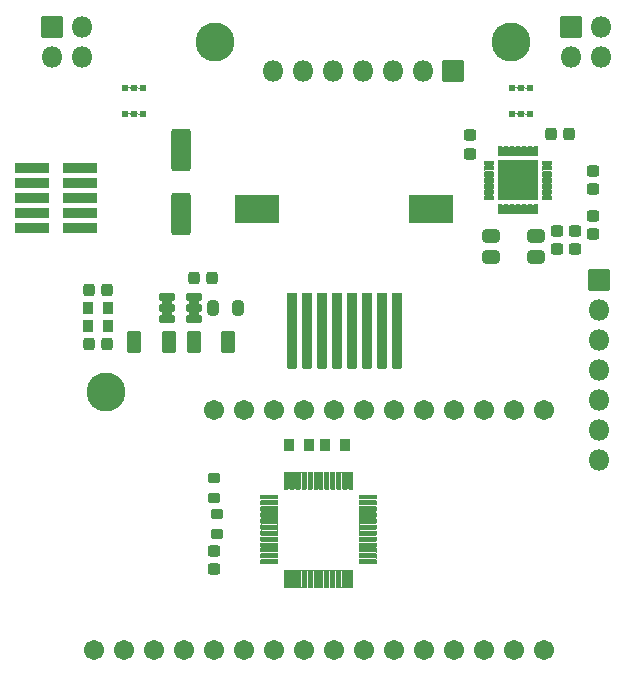
<source format=gbr>
G04 #@! TF.GenerationSoftware,KiCad,Pcbnew,(5.99.0-6632-gb710573c5)*
G04 #@! TF.CreationDate,2020-11-23T17:19:52-05:00*
G04 #@! TF.ProjectId,syringe_board,73797269-6e67-4655-9f62-6f6172642e6b,3.3*
G04 #@! TF.SameCoordinates,Original*
G04 #@! TF.FileFunction,Soldermask,Top*
G04 #@! TF.FilePolarity,Negative*
%FSLAX46Y46*%
G04 Gerber Fmt 4.6, Leading zero omitted, Abs format (unit mm)*
G04 Created by KiCad (PCBNEW (5.99.0-6632-gb710573c5)) date 2020-11-23 17:19:52*
%MOMM*%
%LPD*%
G01*
G04 APERTURE LIST*
G04 Aperture macros list*
%AMRoundRect*
0 Rectangle with rounded corners*
0 $1 Rounding radius*
0 $2 $3 $4 $5 $6 $7 $8 $9 X,Y pos of 4 corners*
0 Add a 4 corners polygon primitive as box body*
4,1,4,$2,$3,$4,$5,$6,$7,$8,$9,$2,$3,0*
0 Add four circle primitives for the rounded corners*
1,1,$1+$1,$2,$3,0*
1,1,$1+$1,$4,$5,0*
1,1,$1+$1,$6,$7,0*
1,1,$1+$1,$8,$9,0*
0 Add four rect primitives between the rounded corners*
20,1,$1+$1,$2,$3,$4,$5,0*
20,1,$1+$1,$4,$5,$6,$7,0*
20,1,$1+$1,$6,$7,$8,$9,0*
20,1,$1+$1,$8,$9,$2,$3,0*%
G04 Aperture macros list end*
%ADD10RoundRect,0.225400X0.225400X0.300400X-0.225400X0.300400X-0.225400X-0.300400X0.225400X-0.300400X0*%
%ADD11RoundRect,0.225400X-0.225400X-0.300400X0.225400X-0.300400X0.225400X0.300400X-0.225400X0.300400X0*%
%ADD12C,1.711200*%
%ADD13RoundRect,0.250400X0.275400X-0.250400X0.275400X0.250400X-0.275400X0.250400X-0.275400X-0.250400X0*%
%ADD14RoundRect,0.250400X-0.275400X0.250400X-0.275400X-0.250400X0.275400X-0.250400X0.275400X0.250400X0*%
%ADD15RoundRect,0.274780X0.476020X-0.288520X0.476020X0.288520X-0.476020X0.288520X-0.476020X-0.288520X0*%
%ADD16RoundRect,0.265875X0.584925X-1.534925X0.584925X1.534925X-0.584925X1.534925X-0.584925X-1.534925X0*%
%ADD17RoundRect,0.274780X-0.476020X0.288520X-0.476020X-0.288520X0.476020X-0.288520X0.476020X0.288520X0*%
%ADD18RoundRect,0.244150X-0.244150X-0.281650X0.244150X-0.281650X0.244150X0.281650X-0.244150X0.281650X0*%
%ADD19RoundRect,0.087900X0.362900X0.087900X-0.362900X0.087900X-0.362900X-0.087900X0.362900X-0.087900X0*%
%ADD20RoundRect,0.087900X0.087900X0.362900X-0.087900X0.362900X-0.087900X-0.362900X0.087900X-0.362900X0*%
%ADD21RoundRect,0.050800X1.675000X1.675000X-1.675000X1.675000X-1.675000X-1.675000X1.675000X-1.675000X0*%
%ADD22RoundRect,0.250400X0.250400X0.275400X-0.250400X0.275400X-0.250400X-0.275400X0.250400X-0.275400X0*%
%ADD23RoundRect,0.225400X-0.300400X0.225400X-0.300400X-0.225400X0.300400X-0.225400X0.300400X0.225400X0*%
%ADD24RoundRect,0.244150X-0.244150X-0.406650X0.244150X-0.406650X0.244150X0.406650X-0.244150X0.406650X0*%
%ADD25RoundRect,0.100400X0.100400X-0.687900X0.100400X0.687900X-0.100400X0.687900X-0.100400X-0.687900X0*%
%ADD26RoundRect,0.100400X0.687900X-0.100400X0.687900X0.100400X-0.687900X0.100400X-0.687900X-0.100400X0*%
%ADD27C,0.601600*%
%ADD28RoundRect,0.050800X-0.850000X-0.850000X0.850000X-0.850000X0.850000X0.850000X-0.850000X0.850000X0*%
%ADD29O,1.801600X1.801600*%
%ADD30RoundRect,0.050800X1.397500X-0.370000X1.397500X0.370000X-1.397500X0.370000X-1.397500X-0.370000X0*%
%ADD31RoundRect,0.050800X-0.850000X0.850000X-0.850000X-0.850000X0.850000X-0.850000X0.850000X0.850000X0*%
%ADD32RoundRect,0.272087X-0.353713X-0.678713X0.353713X-0.678713X0.353713X0.678713X-0.353713X0.678713X0*%
%ADD33C,3.301600*%
%ADD34RoundRect,0.175400X-0.537900X-0.175400X0.537900X-0.175400X0.537900X0.175400X-0.537900X0.175400X0*%
%ADD35RoundRect,0.225400X0.300400X-0.225400X0.300400X0.225400X-0.300400X0.225400X-0.300400X-0.225400X0*%
%ADD36RoundRect,0.272087X0.353713X0.678713X-0.353713X0.678713X-0.353713X-0.678713X0.353713X-0.678713X0*%
%ADD37RoundRect,0.050800X-0.380000X3.175000X-0.380000X-3.175000X0.380000X-3.175000X0.380000X3.175000X0*%
%ADD38RoundRect,0.050800X1.850000X1.100000X-1.850000X1.100000X-1.850000X-1.100000X1.850000X-1.100000X0*%
%ADD39RoundRect,0.250400X-0.250400X-0.275400X0.250400X-0.275400X0.250400X0.275400X-0.250400X0.275400X0*%
G04 APERTURE END LIST*
D10*
X144081000Y-110208637D03*
X142431000Y-110208637D03*
D11*
X122345000Y-100076000D03*
X123995000Y-100076000D03*
D12*
X122809000Y-127508000D03*
X125349000Y-127508000D03*
X127889000Y-127508000D03*
X130429000Y-127508000D03*
X132969000Y-127508000D03*
X135509000Y-127508000D03*
X138049000Y-127508000D03*
X140589000Y-127508000D03*
X143129000Y-127508000D03*
X145669000Y-127508000D03*
X148209000Y-127508000D03*
X150749000Y-127508000D03*
X153289000Y-127508000D03*
X155829000Y-127508000D03*
X158369000Y-127508000D03*
X160909000Y-127508000D03*
X160909000Y-107188000D03*
X158369000Y-107188000D03*
X155829000Y-107188000D03*
X153289000Y-107188000D03*
X150749000Y-107188000D03*
X148209000Y-107188000D03*
X145669000Y-107188000D03*
X143129000Y-107188000D03*
X140589000Y-107188000D03*
X138049000Y-107188000D03*
X135509000Y-107188000D03*
X132969000Y-107188000D03*
D13*
X162056000Y-93611250D03*
X162056000Y-92061250D03*
D14*
X154690000Y-83958750D03*
X154690000Y-85508750D03*
D15*
X160278000Y-94256750D03*
X160278000Y-92431750D03*
D13*
X165104000Y-88531250D03*
X165104000Y-86981250D03*
D16*
X130175000Y-90584000D03*
X130175000Y-85184000D03*
D11*
X139383000Y-110208637D03*
X141033000Y-110208637D03*
D17*
X156468000Y-92431750D03*
X156468000Y-94256750D03*
D18*
X122402500Y-101600000D03*
X123977500Y-101600000D03*
D19*
X161204000Y-89256250D03*
X161204000Y-88756250D03*
X161204000Y-88256250D03*
X161204000Y-87756250D03*
X161204000Y-87256250D03*
X161204000Y-86756250D03*
X161204000Y-86256250D03*
D20*
X160254000Y-85306250D03*
X159754000Y-85306250D03*
X159254000Y-85306250D03*
X158754000Y-85306250D03*
X158254000Y-85306250D03*
X157754000Y-85306250D03*
X157254000Y-85306250D03*
D19*
X156304000Y-86256250D03*
X156304000Y-86756250D03*
X156304000Y-87256250D03*
X156304000Y-87756250D03*
X156304000Y-88256250D03*
X156304000Y-88756250D03*
X156304000Y-89256250D03*
D20*
X157254000Y-90206250D03*
X157754000Y-90206250D03*
X158254000Y-90206250D03*
X158754000Y-90206250D03*
X159254000Y-90206250D03*
X159754000Y-90206250D03*
X160254000Y-90206250D03*
D21*
X158754000Y-87756250D03*
D14*
X163580000Y-92061250D03*
X163580000Y-93611250D03*
D22*
X163085000Y-83819250D03*
X161535000Y-83819250D03*
D13*
X165104000Y-92341250D03*
X165104000Y-90791250D03*
D23*
X132969000Y-112967000D03*
X132969000Y-114617000D03*
D18*
X122402500Y-97028000D03*
X123977500Y-97028000D03*
D24*
X132928000Y-98552000D03*
X135053000Y-98552000D03*
D25*
X139109000Y-121510500D03*
X139609000Y-121510500D03*
X140109000Y-121510500D03*
X140609000Y-121510500D03*
X141109000Y-121510500D03*
X141609000Y-121510500D03*
X142109000Y-121510500D03*
X142609000Y-121510500D03*
X143109000Y-121510500D03*
X143609000Y-121510500D03*
X144109000Y-121510500D03*
X144609000Y-121510500D03*
D26*
X146021500Y-120098000D03*
X146021500Y-119598000D03*
X146021500Y-119098000D03*
X146021500Y-118598000D03*
X146021500Y-118098000D03*
X146021500Y-117598000D03*
X146021500Y-117098000D03*
X146021500Y-116598000D03*
X146021500Y-116098000D03*
X146021500Y-115598000D03*
X146021500Y-115098000D03*
X146021500Y-114598000D03*
D25*
X144609000Y-113185500D03*
X144109000Y-113185500D03*
X143609000Y-113185500D03*
X143109000Y-113185500D03*
X142609000Y-113185500D03*
X142109000Y-113185500D03*
X141609000Y-113185500D03*
X141109000Y-113185500D03*
X140609000Y-113185500D03*
X140109000Y-113185500D03*
X139609000Y-113185500D03*
X139109000Y-113185500D03*
D26*
X137696500Y-114598000D03*
X137696500Y-115098000D03*
X137696500Y-115598000D03*
X137696500Y-116098000D03*
X137696500Y-116598000D03*
X137696500Y-117098000D03*
X137696500Y-117598000D03*
X137696500Y-118098000D03*
X137696500Y-118598000D03*
X137696500Y-119098000D03*
X137696500Y-119598000D03*
X137696500Y-120098000D03*
D27*
X158204000Y-82126000D03*
X159804000Y-82126000D03*
X159004000Y-82126000D03*
X159004000Y-79926000D03*
X159804000Y-79926000D03*
X158204000Y-79926000D03*
D28*
X119275000Y-74778000D03*
D29*
X121815000Y-74778000D03*
X119275000Y-77318000D03*
X121815000Y-77318000D03*
D28*
X165608000Y-96192000D03*
D29*
X165608000Y-98732000D03*
X165608000Y-101272000D03*
X165608000Y-103812000D03*
X165608000Y-106352000D03*
X165608000Y-108892000D03*
X165608000Y-111432000D03*
D30*
X121666500Y-91821000D03*
X117601500Y-91821000D03*
X121666500Y-90551000D03*
X117601500Y-90551000D03*
X121666500Y-89281000D03*
X117601500Y-89281000D03*
X121666500Y-88011000D03*
X117601500Y-88011000D03*
X121666500Y-86741000D03*
X117601500Y-86741000D03*
D31*
X153237000Y-78486000D03*
D29*
X150697000Y-78486000D03*
X148157000Y-78486000D03*
X145617000Y-78486000D03*
X143077000Y-78486000D03*
X140537000Y-78486000D03*
X137997000Y-78486000D03*
D27*
X127038000Y-82126000D03*
X126238000Y-79926000D03*
X125438000Y-79926000D03*
X126238000Y-82126000D03*
X127038000Y-79926000D03*
X125438000Y-82126000D03*
D14*
X132969000Y-119113000D03*
X132969000Y-120663000D03*
D32*
X126227726Y-101473000D03*
X129177726Y-101473000D03*
D33*
X133117000Y-76048000D03*
D28*
X163217000Y-74778000D03*
D29*
X165757000Y-74778000D03*
X163217000Y-77318000D03*
X165757000Y-77318000D03*
D33*
X123825000Y-105664000D03*
D34*
X129043000Y-97602000D03*
X129043000Y-98552000D03*
X129043000Y-99502000D03*
X131318000Y-99502000D03*
X131318000Y-98552000D03*
X131318000Y-97602000D03*
D33*
X158117000Y-76048000D03*
D35*
X133252762Y-117665000D03*
X133252762Y-116015000D03*
D36*
X134231469Y-101473000D03*
X131281469Y-101473000D03*
D11*
X122345000Y-98552000D03*
X123995000Y-98552000D03*
D37*
X148463000Y-100501000D03*
X147193000Y-100501000D03*
X145923000Y-100501000D03*
X144653000Y-100501000D03*
X143383000Y-100501000D03*
X142113000Y-100501000D03*
X140843000Y-100501000D03*
X139573000Y-100501000D03*
D38*
X151368000Y-90176000D03*
X136668000Y-90176000D03*
D39*
X131310500Y-96012000D03*
X132860500Y-96012000D03*
G36*
X139277551Y-120762600D02*
G01*
X139290427Y-120771203D01*
X139356791Y-120791982D01*
X139427589Y-120771193D01*
X139440450Y-120762600D01*
X139442446Y-120762469D01*
X139443557Y-120764132D01*
X139443224Y-120765374D01*
X139419662Y-120800637D01*
X139410201Y-120848199D01*
X139410200Y-122172801D01*
X139419661Y-122220363D01*
X139443223Y-122255626D01*
X139443354Y-122257622D01*
X139441691Y-122258733D01*
X139440449Y-122258400D01*
X139427573Y-122249797D01*
X139361209Y-122229018D01*
X139290411Y-122249807D01*
X139277550Y-122258400D01*
X139275554Y-122258531D01*
X139274443Y-122256868D01*
X139274776Y-122255626D01*
X139298338Y-122220363D01*
X139307799Y-122172801D01*
X139307800Y-120848199D01*
X139298339Y-120800637D01*
X139274777Y-120765374D01*
X139274646Y-120763378D01*
X139276309Y-120762267D01*
X139277551Y-120762600D01*
G37*
G36*
X139777551Y-120762600D02*
G01*
X139790427Y-120771203D01*
X139856791Y-120791982D01*
X139927589Y-120771193D01*
X139940450Y-120762600D01*
X139942446Y-120762469D01*
X139943557Y-120764132D01*
X139943224Y-120765374D01*
X139919662Y-120800637D01*
X139910201Y-120848199D01*
X139910200Y-122172801D01*
X139919661Y-122220363D01*
X139943223Y-122255626D01*
X139943354Y-122257622D01*
X139941691Y-122258733D01*
X139940449Y-122258400D01*
X139927573Y-122249797D01*
X139861209Y-122229018D01*
X139790411Y-122249807D01*
X139777550Y-122258400D01*
X139775554Y-122258531D01*
X139774443Y-122256868D01*
X139774776Y-122255626D01*
X139798338Y-122220363D01*
X139807799Y-122172801D01*
X139807800Y-120848199D01*
X139798339Y-120800637D01*
X139774777Y-120765374D01*
X139774646Y-120763378D01*
X139776309Y-120762267D01*
X139777551Y-120762600D01*
G37*
G36*
X141277551Y-120762600D02*
G01*
X141290427Y-120771203D01*
X141356791Y-120791982D01*
X141427589Y-120771193D01*
X141440450Y-120762600D01*
X141442446Y-120762469D01*
X141443557Y-120764132D01*
X141443224Y-120765374D01*
X141419662Y-120800637D01*
X141410201Y-120848199D01*
X141410200Y-122172801D01*
X141419661Y-122220363D01*
X141443223Y-122255626D01*
X141443354Y-122257622D01*
X141441691Y-122258733D01*
X141440449Y-122258400D01*
X141427573Y-122249797D01*
X141361209Y-122229018D01*
X141290411Y-122249807D01*
X141277550Y-122258400D01*
X141275554Y-122258531D01*
X141274443Y-122256868D01*
X141274776Y-122255626D01*
X141298338Y-122220363D01*
X141307799Y-122172801D01*
X141307800Y-120848199D01*
X141298339Y-120800637D01*
X141274777Y-120765374D01*
X141274646Y-120763378D01*
X141276309Y-120762267D01*
X141277551Y-120762600D01*
G37*
G36*
X141777551Y-120762600D02*
G01*
X141790427Y-120771203D01*
X141856791Y-120791982D01*
X141927589Y-120771193D01*
X141940450Y-120762600D01*
X141942446Y-120762469D01*
X141943557Y-120764132D01*
X141943224Y-120765374D01*
X141919662Y-120800637D01*
X141910201Y-120848199D01*
X141910200Y-122172801D01*
X141919661Y-122220363D01*
X141943223Y-122255626D01*
X141943354Y-122257622D01*
X141941691Y-122258733D01*
X141940449Y-122258400D01*
X141927573Y-122249797D01*
X141861209Y-122229018D01*
X141790411Y-122249807D01*
X141777550Y-122258400D01*
X141775554Y-122258531D01*
X141774443Y-122256868D01*
X141774776Y-122255626D01*
X141798338Y-122220363D01*
X141807799Y-122172801D01*
X141807800Y-120848199D01*
X141798339Y-120800637D01*
X141774777Y-120765374D01*
X141774646Y-120763378D01*
X141776309Y-120762267D01*
X141777551Y-120762600D01*
G37*
G36*
X140777551Y-120762600D02*
G01*
X140790427Y-120771203D01*
X140856791Y-120791982D01*
X140927589Y-120771193D01*
X140940450Y-120762600D01*
X140942446Y-120762469D01*
X140943557Y-120764132D01*
X140943224Y-120765374D01*
X140919662Y-120800637D01*
X140910201Y-120848199D01*
X140910200Y-122172801D01*
X140919661Y-122220363D01*
X140943223Y-122255626D01*
X140943354Y-122257622D01*
X140941691Y-122258733D01*
X140940449Y-122258400D01*
X140927573Y-122249797D01*
X140861209Y-122229018D01*
X140790411Y-122249807D01*
X140777550Y-122258400D01*
X140775554Y-122258531D01*
X140774443Y-122256868D01*
X140774776Y-122255626D01*
X140798338Y-122220363D01*
X140807799Y-122172801D01*
X140807800Y-120848199D01*
X140798339Y-120800637D01*
X140774777Y-120765374D01*
X140774646Y-120763378D01*
X140776309Y-120762267D01*
X140777551Y-120762600D01*
G37*
G36*
X142277551Y-120762600D02*
G01*
X142290427Y-120771203D01*
X142356791Y-120791982D01*
X142427589Y-120771193D01*
X142440450Y-120762600D01*
X142442446Y-120762469D01*
X142443557Y-120764132D01*
X142443224Y-120765374D01*
X142419662Y-120800637D01*
X142410201Y-120848199D01*
X142410200Y-122172801D01*
X142419661Y-122220363D01*
X142443223Y-122255626D01*
X142443354Y-122257622D01*
X142441691Y-122258733D01*
X142440449Y-122258400D01*
X142427573Y-122249797D01*
X142361209Y-122229018D01*
X142290411Y-122249807D01*
X142277550Y-122258400D01*
X142275554Y-122258531D01*
X142274443Y-122256868D01*
X142274776Y-122255626D01*
X142298338Y-122220363D01*
X142307799Y-122172801D01*
X142307800Y-120848199D01*
X142298339Y-120800637D01*
X142274777Y-120765374D01*
X142274646Y-120763378D01*
X142276309Y-120762267D01*
X142277551Y-120762600D01*
G37*
G36*
X142777551Y-120762600D02*
G01*
X142790427Y-120771203D01*
X142856791Y-120791982D01*
X142927589Y-120771193D01*
X142940450Y-120762600D01*
X142942446Y-120762469D01*
X142943557Y-120764132D01*
X142943224Y-120765374D01*
X142919662Y-120800637D01*
X142910201Y-120848199D01*
X142910200Y-122172801D01*
X142919661Y-122220363D01*
X142943223Y-122255626D01*
X142943354Y-122257622D01*
X142941691Y-122258733D01*
X142940449Y-122258400D01*
X142927573Y-122249797D01*
X142861209Y-122229018D01*
X142790411Y-122249807D01*
X142777550Y-122258400D01*
X142775554Y-122258531D01*
X142774443Y-122256868D01*
X142774776Y-122255626D01*
X142798338Y-122220363D01*
X142807799Y-122172801D01*
X142807800Y-120848199D01*
X142798339Y-120800637D01*
X142774777Y-120765374D01*
X142774646Y-120763378D01*
X142776309Y-120762267D01*
X142777551Y-120762600D01*
G37*
G36*
X140277551Y-120762600D02*
G01*
X140290427Y-120771203D01*
X140356791Y-120791982D01*
X140427589Y-120771193D01*
X140440450Y-120762600D01*
X140442446Y-120762469D01*
X140443557Y-120764132D01*
X140443224Y-120765374D01*
X140419662Y-120800637D01*
X140410201Y-120848199D01*
X140410200Y-122172801D01*
X140419661Y-122220363D01*
X140443223Y-122255626D01*
X140443354Y-122257622D01*
X140441691Y-122258733D01*
X140440449Y-122258400D01*
X140427573Y-122249797D01*
X140361209Y-122229018D01*
X140290411Y-122249807D01*
X140277550Y-122258400D01*
X140275554Y-122258531D01*
X140274443Y-122256868D01*
X140274776Y-122255626D01*
X140298338Y-122220363D01*
X140307799Y-122172801D01*
X140307800Y-120848199D01*
X140298339Y-120800637D01*
X140274777Y-120765374D01*
X140274646Y-120763378D01*
X140276309Y-120762267D01*
X140277551Y-120762600D01*
G37*
G36*
X143277551Y-120762600D02*
G01*
X143290427Y-120771203D01*
X143356791Y-120791982D01*
X143427589Y-120771193D01*
X143440450Y-120762600D01*
X143442446Y-120762469D01*
X143443557Y-120764132D01*
X143443224Y-120765374D01*
X143419662Y-120800637D01*
X143410201Y-120848199D01*
X143410200Y-122172801D01*
X143419661Y-122220363D01*
X143443223Y-122255626D01*
X143443354Y-122257622D01*
X143441691Y-122258733D01*
X143440449Y-122258400D01*
X143427573Y-122249797D01*
X143361209Y-122229018D01*
X143290411Y-122249807D01*
X143277550Y-122258400D01*
X143275554Y-122258531D01*
X143274443Y-122256868D01*
X143274776Y-122255626D01*
X143298338Y-122220363D01*
X143307799Y-122172801D01*
X143307800Y-120848199D01*
X143298339Y-120800637D01*
X143274777Y-120765374D01*
X143274646Y-120763378D01*
X143276309Y-120762267D01*
X143277551Y-120762600D01*
G37*
G36*
X143777551Y-120762600D02*
G01*
X143790427Y-120771203D01*
X143856791Y-120791982D01*
X143927589Y-120771193D01*
X143940450Y-120762600D01*
X143942446Y-120762469D01*
X143943557Y-120764132D01*
X143943224Y-120765374D01*
X143919662Y-120800637D01*
X143910201Y-120848199D01*
X143910200Y-122172801D01*
X143919661Y-122220363D01*
X143943223Y-122255626D01*
X143943354Y-122257622D01*
X143941691Y-122258733D01*
X143940449Y-122258400D01*
X143927573Y-122249797D01*
X143861209Y-122229018D01*
X143790411Y-122249807D01*
X143777550Y-122258400D01*
X143775554Y-122258531D01*
X143774443Y-122256868D01*
X143774776Y-122255626D01*
X143798338Y-122220363D01*
X143807799Y-122172801D01*
X143807800Y-120848199D01*
X143798339Y-120800637D01*
X143774777Y-120765374D01*
X143774646Y-120763378D01*
X143776309Y-120762267D01*
X143777551Y-120762600D01*
G37*
G36*
X144277551Y-120762600D02*
G01*
X144290427Y-120771203D01*
X144356791Y-120791982D01*
X144427589Y-120771193D01*
X144440450Y-120762600D01*
X144442446Y-120762469D01*
X144443557Y-120764132D01*
X144443224Y-120765374D01*
X144419662Y-120800637D01*
X144410201Y-120848199D01*
X144410200Y-122172801D01*
X144419661Y-122220363D01*
X144443223Y-122255626D01*
X144443354Y-122257622D01*
X144441691Y-122258733D01*
X144440449Y-122258400D01*
X144427573Y-122249797D01*
X144361209Y-122229018D01*
X144290411Y-122249807D01*
X144277550Y-122258400D01*
X144275554Y-122258531D01*
X144274443Y-122256868D01*
X144274776Y-122255626D01*
X144298338Y-122220363D01*
X144307799Y-122172801D01*
X144307800Y-120848199D01*
X144298339Y-120800637D01*
X144274777Y-120765374D01*
X144274646Y-120763378D01*
X144276309Y-120762267D01*
X144277551Y-120762600D01*
G37*
G36*
X145276374Y-119763776D02*
G01*
X145311637Y-119787338D01*
X145359199Y-119796799D01*
X146683801Y-119796800D01*
X146731363Y-119787339D01*
X146766626Y-119763777D01*
X146768622Y-119763646D01*
X146769733Y-119765309D01*
X146769400Y-119766551D01*
X146760797Y-119779427D01*
X146740018Y-119845791D01*
X146760807Y-119916589D01*
X146769400Y-119929450D01*
X146769531Y-119931446D01*
X146767868Y-119932557D01*
X146766626Y-119932224D01*
X146731363Y-119908662D01*
X146683801Y-119899201D01*
X145359199Y-119899200D01*
X145311637Y-119908661D01*
X145276374Y-119932223D01*
X145274378Y-119932354D01*
X145273267Y-119930691D01*
X145273600Y-119929449D01*
X145282203Y-119916573D01*
X145302982Y-119850209D01*
X145282193Y-119779411D01*
X145273600Y-119766550D01*
X145273469Y-119764554D01*
X145275132Y-119763443D01*
X145276374Y-119763776D01*
G37*
G36*
X136951374Y-119763776D02*
G01*
X136986637Y-119787338D01*
X137034199Y-119796799D01*
X138358801Y-119796800D01*
X138406363Y-119787339D01*
X138441626Y-119763777D01*
X138443622Y-119763646D01*
X138444733Y-119765309D01*
X138444400Y-119766551D01*
X138435797Y-119779427D01*
X138415018Y-119845791D01*
X138435807Y-119916589D01*
X138444400Y-119929450D01*
X138444531Y-119931446D01*
X138442868Y-119932557D01*
X138441626Y-119932224D01*
X138406363Y-119908662D01*
X138358801Y-119899201D01*
X137034199Y-119899200D01*
X136986637Y-119908661D01*
X136951374Y-119932223D01*
X136949378Y-119932354D01*
X136948267Y-119930691D01*
X136948600Y-119929449D01*
X136957203Y-119916573D01*
X136977982Y-119850209D01*
X136957193Y-119779411D01*
X136948600Y-119766550D01*
X136948469Y-119764554D01*
X136950132Y-119763443D01*
X136951374Y-119763776D01*
G37*
G36*
X136951374Y-119263776D02*
G01*
X136986637Y-119287338D01*
X137034199Y-119296799D01*
X138358801Y-119296800D01*
X138406363Y-119287339D01*
X138441626Y-119263777D01*
X138443622Y-119263646D01*
X138444733Y-119265309D01*
X138444400Y-119266551D01*
X138435798Y-119279426D01*
X138415018Y-119345789D01*
X138435806Y-119416588D01*
X138444400Y-119429450D01*
X138444531Y-119431446D01*
X138442868Y-119432557D01*
X138441626Y-119432224D01*
X138406363Y-119408662D01*
X138358801Y-119399201D01*
X137034199Y-119399200D01*
X136986637Y-119408661D01*
X136951374Y-119432223D01*
X136949378Y-119432354D01*
X136948267Y-119430691D01*
X136948600Y-119429449D01*
X136957202Y-119416574D01*
X136977982Y-119350211D01*
X136957194Y-119279412D01*
X136948600Y-119266550D01*
X136948469Y-119264554D01*
X136950132Y-119263443D01*
X136951374Y-119263776D01*
G37*
G36*
X145276374Y-119263776D02*
G01*
X145311637Y-119287338D01*
X145359199Y-119296799D01*
X146683801Y-119296800D01*
X146731363Y-119287339D01*
X146766626Y-119263777D01*
X146768622Y-119263646D01*
X146769733Y-119265309D01*
X146769400Y-119266551D01*
X146760798Y-119279426D01*
X146740018Y-119345789D01*
X146760806Y-119416588D01*
X146769400Y-119429450D01*
X146769531Y-119431446D01*
X146767868Y-119432557D01*
X146766626Y-119432224D01*
X146731363Y-119408662D01*
X146683801Y-119399201D01*
X145359199Y-119399200D01*
X145311637Y-119408661D01*
X145276374Y-119432223D01*
X145274378Y-119432354D01*
X145273267Y-119430691D01*
X145273600Y-119429449D01*
X145282202Y-119416574D01*
X145302982Y-119350211D01*
X145282194Y-119279412D01*
X145273600Y-119266550D01*
X145273469Y-119264554D01*
X145275132Y-119263443D01*
X145276374Y-119263776D01*
G37*
G36*
X145276374Y-118763776D02*
G01*
X145311637Y-118787338D01*
X145359199Y-118796799D01*
X146683801Y-118796800D01*
X146731363Y-118787339D01*
X146766626Y-118763777D01*
X146768622Y-118763646D01*
X146769733Y-118765309D01*
X146769400Y-118766551D01*
X146760797Y-118779427D01*
X146740018Y-118845791D01*
X146760807Y-118916589D01*
X146769400Y-118929450D01*
X146769531Y-118931446D01*
X146767868Y-118932557D01*
X146766626Y-118932224D01*
X146731363Y-118908662D01*
X146683801Y-118899201D01*
X145359199Y-118899200D01*
X145311637Y-118908661D01*
X145276374Y-118932223D01*
X145274378Y-118932354D01*
X145273267Y-118930691D01*
X145273600Y-118929449D01*
X145282202Y-118916574D01*
X145302982Y-118850211D01*
X145282194Y-118779412D01*
X145273600Y-118766550D01*
X145273469Y-118764554D01*
X145275132Y-118763443D01*
X145276374Y-118763776D01*
G37*
G36*
X136951374Y-118763776D02*
G01*
X136986637Y-118787338D01*
X137034199Y-118796799D01*
X138358801Y-118796800D01*
X138406363Y-118787339D01*
X138441626Y-118763777D01*
X138443622Y-118763646D01*
X138444733Y-118765309D01*
X138444400Y-118766551D01*
X138435797Y-118779427D01*
X138415018Y-118845791D01*
X138435807Y-118916589D01*
X138444400Y-118929450D01*
X138444531Y-118931446D01*
X138442868Y-118932557D01*
X138441626Y-118932224D01*
X138406363Y-118908662D01*
X138358801Y-118899201D01*
X137034199Y-118899200D01*
X136986637Y-118908661D01*
X136951374Y-118932223D01*
X136949378Y-118932354D01*
X136948267Y-118930691D01*
X136948600Y-118929449D01*
X136957202Y-118916574D01*
X136977982Y-118850211D01*
X136957194Y-118779412D01*
X136948600Y-118766550D01*
X136948469Y-118764554D01*
X136950132Y-118763443D01*
X136951374Y-118763776D01*
G37*
G36*
X136951374Y-118263776D02*
G01*
X136986637Y-118287338D01*
X137034199Y-118296799D01*
X138358801Y-118296800D01*
X138406363Y-118287339D01*
X138441626Y-118263777D01*
X138443622Y-118263646D01*
X138444733Y-118265309D01*
X138444400Y-118266551D01*
X138435798Y-118279426D01*
X138415018Y-118345789D01*
X138435806Y-118416588D01*
X138444400Y-118429450D01*
X138444531Y-118431446D01*
X138442868Y-118432557D01*
X138441626Y-118432224D01*
X138406363Y-118408662D01*
X138358801Y-118399201D01*
X137034199Y-118399200D01*
X136986637Y-118408661D01*
X136951374Y-118432223D01*
X136949378Y-118432354D01*
X136948267Y-118430691D01*
X136948600Y-118429449D01*
X136957202Y-118416574D01*
X136977982Y-118350211D01*
X136957194Y-118279412D01*
X136948600Y-118266550D01*
X136948469Y-118264554D01*
X136950132Y-118263443D01*
X136951374Y-118263776D01*
G37*
G36*
X145276374Y-118263776D02*
G01*
X145311637Y-118287338D01*
X145359199Y-118296799D01*
X146683801Y-118296800D01*
X146731363Y-118287339D01*
X146766626Y-118263777D01*
X146768622Y-118263646D01*
X146769733Y-118265309D01*
X146769400Y-118266551D01*
X146760798Y-118279426D01*
X146740018Y-118345789D01*
X146760806Y-118416588D01*
X146769400Y-118429450D01*
X146769531Y-118431446D01*
X146767868Y-118432557D01*
X146766626Y-118432224D01*
X146731363Y-118408662D01*
X146683801Y-118399201D01*
X145359199Y-118399200D01*
X145311637Y-118408661D01*
X145276374Y-118432223D01*
X145274378Y-118432354D01*
X145273267Y-118430691D01*
X145273600Y-118429449D01*
X145282202Y-118416574D01*
X145302982Y-118350211D01*
X145282194Y-118279412D01*
X145273600Y-118266550D01*
X145273469Y-118264554D01*
X145275132Y-118263443D01*
X145276374Y-118263776D01*
G37*
G36*
X145276374Y-117763776D02*
G01*
X145311637Y-117787338D01*
X145359199Y-117796799D01*
X146683801Y-117796800D01*
X146731363Y-117787339D01*
X146766626Y-117763777D01*
X146768622Y-117763646D01*
X146769733Y-117765309D01*
X146769400Y-117766551D01*
X146760797Y-117779427D01*
X146740018Y-117845791D01*
X146760807Y-117916589D01*
X146769400Y-117929450D01*
X146769531Y-117931446D01*
X146767868Y-117932557D01*
X146766626Y-117932224D01*
X146731363Y-117908662D01*
X146683801Y-117899201D01*
X145359199Y-117899200D01*
X145311637Y-117908661D01*
X145276374Y-117932223D01*
X145274378Y-117932354D01*
X145273267Y-117930691D01*
X145273600Y-117929449D01*
X145282202Y-117916574D01*
X145302982Y-117850211D01*
X145282194Y-117779412D01*
X145273600Y-117766550D01*
X145273469Y-117764554D01*
X145275132Y-117763443D01*
X145276374Y-117763776D01*
G37*
G36*
X136951374Y-117763776D02*
G01*
X136986637Y-117787338D01*
X137034199Y-117796799D01*
X138358801Y-117796800D01*
X138406363Y-117787339D01*
X138441626Y-117763777D01*
X138443622Y-117763646D01*
X138444733Y-117765309D01*
X138444400Y-117766551D01*
X138435797Y-117779427D01*
X138415018Y-117845791D01*
X138435807Y-117916589D01*
X138444400Y-117929450D01*
X138444531Y-117931446D01*
X138442868Y-117932557D01*
X138441626Y-117932224D01*
X138406363Y-117908662D01*
X138358801Y-117899201D01*
X137034199Y-117899200D01*
X136986637Y-117908661D01*
X136951374Y-117932223D01*
X136949378Y-117932354D01*
X136948267Y-117930691D01*
X136948600Y-117929449D01*
X136957202Y-117916574D01*
X136977982Y-117850211D01*
X136957194Y-117779412D01*
X136948600Y-117766550D01*
X136948469Y-117764554D01*
X136950132Y-117763443D01*
X136951374Y-117763776D01*
G37*
G36*
X145276374Y-117263776D02*
G01*
X145311637Y-117287338D01*
X145359199Y-117296799D01*
X146683801Y-117296800D01*
X146731363Y-117287339D01*
X146766626Y-117263777D01*
X146768622Y-117263646D01*
X146769733Y-117265309D01*
X146769400Y-117266551D01*
X146760797Y-117279427D01*
X146740018Y-117345791D01*
X146760807Y-117416589D01*
X146769400Y-117429450D01*
X146769531Y-117431446D01*
X146767868Y-117432557D01*
X146766626Y-117432224D01*
X146731363Y-117408662D01*
X146683801Y-117399201D01*
X145359199Y-117399200D01*
X145311637Y-117408661D01*
X145276374Y-117432223D01*
X145274378Y-117432354D01*
X145273267Y-117430691D01*
X145273600Y-117429449D01*
X145282202Y-117416574D01*
X145302982Y-117350211D01*
X145282194Y-117279412D01*
X145273600Y-117266550D01*
X145273469Y-117264554D01*
X145275132Y-117263443D01*
X145276374Y-117263776D01*
G37*
G36*
X136951374Y-117263776D02*
G01*
X136986637Y-117287338D01*
X137034199Y-117296799D01*
X138358801Y-117296800D01*
X138406363Y-117287339D01*
X138441626Y-117263777D01*
X138443622Y-117263646D01*
X138444733Y-117265309D01*
X138444400Y-117266551D01*
X138435797Y-117279427D01*
X138415018Y-117345791D01*
X138435807Y-117416589D01*
X138444400Y-117429450D01*
X138444531Y-117431446D01*
X138442868Y-117432557D01*
X138441626Y-117432224D01*
X138406363Y-117408662D01*
X138358801Y-117399201D01*
X137034199Y-117399200D01*
X136986637Y-117408661D01*
X136951374Y-117432223D01*
X136949378Y-117432354D01*
X136948267Y-117430691D01*
X136948600Y-117429449D01*
X136957202Y-117416574D01*
X136977982Y-117350211D01*
X136957194Y-117279412D01*
X136948600Y-117266550D01*
X136948469Y-117264554D01*
X136950132Y-117263443D01*
X136951374Y-117263776D01*
G37*
G36*
X136951374Y-116763776D02*
G01*
X136986637Y-116787338D01*
X137034199Y-116796799D01*
X138358801Y-116796800D01*
X138406363Y-116787339D01*
X138441626Y-116763777D01*
X138443622Y-116763646D01*
X138444733Y-116765309D01*
X138444400Y-116766551D01*
X138435798Y-116779426D01*
X138415018Y-116845789D01*
X138435806Y-116916588D01*
X138444400Y-116929450D01*
X138444531Y-116931446D01*
X138442868Y-116932557D01*
X138441626Y-116932224D01*
X138406363Y-116908662D01*
X138358801Y-116899201D01*
X137034199Y-116899200D01*
X136986637Y-116908661D01*
X136951374Y-116932223D01*
X136949378Y-116932354D01*
X136948267Y-116930691D01*
X136948600Y-116929449D01*
X136957202Y-116916574D01*
X136977982Y-116850211D01*
X136957194Y-116779412D01*
X136948600Y-116766550D01*
X136948469Y-116764554D01*
X136950132Y-116763443D01*
X136951374Y-116763776D01*
G37*
G36*
X145276374Y-116763776D02*
G01*
X145311637Y-116787338D01*
X145359199Y-116796799D01*
X146683801Y-116796800D01*
X146731363Y-116787339D01*
X146766626Y-116763777D01*
X146768622Y-116763646D01*
X146769733Y-116765309D01*
X146769400Y-116766551D01*
X146760798Y-116779426D01*
X146740018Y-116845789D01*
X146760806Y-116916588D01*
X146769400Y-116929450D01*
X146769531Y-116931446D01*
X146767868Y-116932557D01*
X146766626Y-116932224D01*
X146731363Y-116908662D01*
X146683801Y-116899201D01*
X145359199Y-116899200D01*
X145311637Y-116908661D01*
X145276374Y-116932223D01*
X145274378Y-116932354D01*
X145273267Y-116930691D01*
X145273600Y-116929449D01*
X145282202Y-116916574D01*
X145302982Y-116850211D01*
X145282194Y-116779412D01*
X145273600Y-116766550D01*
X145273469Y-116764554D01*
X145275132Y-116763443D01*
X145276374Y-116763776D01*
G37*
G36*
X136951374Y-116263776D02*
G01*
X136986637Y-116287338D01*
X137034199Y-116296799D01*
X138358801Y-116296800D01*
X138406363Y-116287339D01*
X138441626Y-116263777D01*
X138443622Y-116263646D01*
X138444733Y-116265309D01*
X138444400Y-116266551D01*
X138435797Y-116279427D01*
X138415018Y-116345791D01*
X138435807Y-116416589D01*
X138444400Y-116429450D01*
X138444531Y-116431446D01*
X138442868Y-116432557D01*
X138441626Y-116432224D01*
X138406363Y-116408662D01*
X138358801Y-116399201D01*
X137034199Y-116399200D01*
X136986637Y-116408661D01*
X136951374Y-116432223D01*
X136949378Y-116432354D01*
X136948267Y-116430691D01*
X136948600Y-116429449D01*
X136957203Y-116416573D01*
X136977982Y-116350209D01*
X136957193Y-116279411D01*
X136948600Y-116266550D01*
X136948469Y-116264554D01*
X136950132Y-116263443D01*
X136951374Y-116263776D01*
G37*
G36*
X145276374Y-116263776D02*
G01*
X145311637Y-116287338D01*
X145359199Y-116296799D01*
X146683801Y-116296800D01*
X146731363Y-116287339D01*
X146766626Y-116263777D01*
X146768622Y-116263646D01*
X146769733Y-116265309D01*
X146769400Y-116266551D01*
X146760797Y-116279427D01*
X146740018Y-116345791D01*
X146760807Y-116416589D01*
X146769400Y-116429450D01*
X146769531Y-116431446D01*
X146767868Y-116432557D01*
X146766626Y-116432224D01*
X146731363Y-116408662D01*
X146683801Y-116399201D01*
X145359199Y-116399200D01*
X145311637Y-116408661D01*
X145276374Y-116432223D01*
X145274378Y-116432354D01*
X145273267Y-116430691D01*
X145273600Y-116429449D01*
X145282203Y-116416573D01*
X145302982Y-116350209D01*
X145282193Y-116279411D01*
X145273600Y-116266550D01*
X145273469Y-116264554D01*
X145275132Y-116263443D01*
X145276374Y-116263776D01*
G37*
G36*
X145276374Y-115763776D02*
G01*
X145311637Y-115787338D01*
X145359199Y-115796799D01*
X146683801Y-115796800D01*
X146731363Y-115787339D01*
X146766626Y-115763777D01*
X146768622Y-115763646D01*
X146769733Y-115765309D01*
X146769400Y-115766551D01*
X146760798Y-115779426D01*
X146740018Y-115845789D01*
X146760806Y-115916588D01*
X146769400Y-115929450D01*
X146769531Y-115931446D01*
X146767868Y-115932557D01*
X146766626Y-115932224D01*
X146731363Y-115908662D01*
X146683801Y-115899201D01*
X145359199Y-115899200D01*
X145311637Y-115908661D01*
X145276374Y-115932223D01*
X145274378Y-115932354D01*
X145273267Y-115930691D01*
X145273600Y-115929449D01*
X145282203Y-115916573D01*
X145302982Y-115850209D01*
X145282193Y-115779411D01*
X145273600Y-115766550D01*
X145273469Y-115764554D01*
X145275132Y-115763443D01*
X145276374Y-115763776D01*
G37*
G36*
X136951374Y-115763776D02*
G01*
X136986637Y-115787338D01*
X137034199Y-115796799D01*
X138358801Y-115796800D01*
X138406363Y-115787339D01*
X138441626Y-115763777D01*
X138443622Y-115763646D01*
X138444733Y-115765309D01*
X138444400Y-115766551D01*
X138435798Y-115779426D01*
X138415018Y-115845789D01*
X138435806Y-115916588D01*
X138444400Y-115929450D01*
X138444531Y-115931446D01*
X138442868Y-115932557D01*
X138441626Y-115932224D01*
X138406363Y-115908662D01*
X138358801Y-115899201D01*
X137034199Y-115899200D01*
X136986637Y-115908661D01*
X136951374Y-115932223D01*
X136949378Y-115932354D01*
X136948267Y-115930691D01*
X136948600Y-115929449D01*
X136957203Y-115916573D01*
X136977982Y-115850209D01*
X136957193Y-115779411D01*
X136948600Y-115766550D01*
X136948469Y-115764554D01*
X136950132Y-115763443D01*
X136951374Y-115763776D01*
G37*
G36*
X136951374Y-115263776D02*
G01*
X136986637Y-115287338D01*
X137034199Y-115296799D01*
X138358801Y-115296800D01*
X138406363Y-115287339D01*
X138441626Y-115263777D01*
X138443622Y-115263646D01*
X138444733Y-115265309D01*
X138444400Y-115266551D01*
X138435797Y-115279427D01*
X138415018Y-115345791D01*
X138435807Y-115416589D01*
X138444400Y-115429450D01*
X138444531Y-115431446D01*
X138442868Y-115432557D01*
X138441626Y-115432224D01*
X138406363Y-115408662D01*
X138358801Y-115399201D01*
X137034199Y-115399200D01*
X136986637Y-115408661D01*
X136951374Y-115432223D01*
X136949378Y-115432354D01*
X136948267Y-115430691D01*
X136948600Y-115429449D01*
X136957202Y-115416574D01*
X136977982Y-115350211D01*
X136957194Y-115279412D01*
X136948600Y-115266550D01*
X136948469Y-115264554D01*
X136950132Y-115263443D01*
X136951374Y-115263776D01*
G37*
G36*
X145276374Y-115263776D02*
G01*
X145311637Y-115287338D01*
X145359199Y-115296799D01*
X146683801Y-115296800D01*
X146731363Y-115287339D01*
X146766626Y-115263777D01*
X146768622Y-115263646D01*
X146769733Y-115265309D01*
X146769400Y-115266551D01*
X146760797Y-115279427D01*
X146740018Y-115345791D01*
X146760807Y-115416589D01*
X146769400Y-115429450D01*
X146769531Y-115431446D01*
X146767868Y-115432557D01*
X146766626Y-115432224D01*
X146731363Y-115408662D01*
X146683801Y-115399201D01*
X145359199Y-115399200D01*
X145311637Y-115408661D01*
X145276374Y-115432223D01*
X145274378Y-115432354D01*
X145273267Y-115430691D01*
X145273600Y-115429449D01*
X145282202Y-115416574D01*
X145302982Y-115350211D01*
X145282194Y-115279412D01*
X145273600Y-115266550D01*
X145273469Y-115264554D01*
X145275132Y-115263443D01*
X145276374Y-115263776D01*
G37*
G36*
X136951374Y-114763776D02*
G01*
X136986637Y-114787338D01*
X137034199Y-114796799D01*
X138358801Y-114796800D01*
X138406363Y-114787339D01*
X138441626Y-114763777D01*
X138443622Y-114763646D01*
X138444733Y-114765309D01*
X138444400Y-114766551D01*
X138435798Y-114779426D01*
X138415018Y-114845789D01*
X138435806Y-114916588D01*
X138444400Y-114929450D01*
X138444531Y-114931446D01*
X138442868Y-114932557D01*
X138441626Y-114932224D01*
X138406363Y-114908662D01*
X138358801Y-114899201D01*
X137034199Y-114899200D01*
X136986637Y-114908661D01*
X136951374Y-114932223D01*
X136949378Y-114932354D01*
X136948267Y-114930691D01*
X136948600Y-114929449D01*
X136957202Y-114916574D01*
X136977982Y-114850211D01*
X136957194Y-114779412D01*
X136948600Y-114766550D01*
X136948469Y-114764554D01*
X136950132Y-114763443D01*
X136951374Y-114763776D01*
G37*
G36*
X145276374Y-114763776D02*
G01*
X145311637Y-114787338D01*
X145359199Y-114796799D01*
X146683801Y-114796800D01*
X146731363Y-114787339D01*
X146766626Y-114763777D01*
X146768622Y-114763646D01*
X146769733Y-114765309D01*
X146769400Y-114766551D01*
X146760798Y-114779426D01*
X146740018Y-114845789D01*
X146760806Y-114916588D01*
X146769400Y-114929450D01*
X146769531Y-114931446D01*
X146767868Y-114932557D01*
X146766626Y-114932224D01*
X146731363Y-114908662D01*
X146683801Y-114899201D01*
X145359199Y-114899200D01*
X145311637Y-114908661D01*
X145276374Y-114932223D01*
X145274378Y-114932354D01*
X145273267Y-114930691D01*
X145273600Y-114929449D01*
X145282202Y-114916574D01*
X145302982Y-114850211D01*
X145282194Y-114779412D01*
X145273600Y-114766550D01*
X145273469Y-114764554D01*
X145275132Y-114763443D01*
X145276374Y-114763776D01*
G37*
G36*
X144277551Y-112437600D02*
G01*
X144290427Y-112446203D01*
X144356791Y-112466982D01*
X144427589Y-112446193D01*
X144440450Y-112437600D01*
X144442446Y-112437469D01*
X144443557Y-112439132D01*
X144443224Y-112440374D01*
X144419662Y-112475637D01*
X144410201Y-112523199D01*
X144410200Y-113847801D01*
X144419661Y-113895363D01*
X144443223Y-113930626D01*
X144443354Y-113932622D01*
X144441691Y-113933733D01*
X144440449Y-113933400D01*
X144427573Y-113924797D01*
X144361209Y-113904018D01*
X144290411Y-113924807D01*
X144277550Y-113933400D01*
X144275554Y-113933531D01*
X144274443Y-113931868D01*
X144274776Y-113930626D01*
X144298338Y-113895363D01*
X144307799Y-113847801D01*
X144307800Y-112523199D01*
X144298339Y-112475637D01*
X144274777Y-112440374D01*
X144274646Y-112438378D01*
X144276309Y-112437267D01*
X144277551Y-112437600D01*
G37*
G36*
X139277551Y-112437600D02*
G01*
X139290427Y-112446203D01*
X139356791Y-112466982D01*
X139427589Y-112446193D01*
X139440450Y-112437600D01*
X139442446Y-112437469D01*
X139443557Y-112439132D01*
X139443224Y-112440374D01*
X139419662Y-112475637D01*
X139410201Y-112523199D01*
X139410200Y-113847801D01*
X139419661Y-113895363D01*
X139443223Y-113930626D01*
X139443354Y-113932622D01*
X139441691Y-113933733D01*
X139440449Y-113933400D01*
X139427573Y-113924797D01*
X139361209Y-113904018D01*
X139290411Y-113924807D01*
X139277550Y-113933400D01*
X139275554Y-113933531D01*
X139274443Y-113931868D01*
X139274776Y-113930626D01*
X139298338Y-113895363D01*
X139307799Y-113847801D01*
X139307800Y-112523199D01*
X139298339Y-112475637D01*
X139274777Y-112440374D01*
X139274646Y-112438378D01*
X139276309Y-112437267D01*
X139277551Y-112437600D01*
G37*
G36*
X143777551Y-112437600D02*
G01*
X143790427Y-112446203D01*
X143856791Y-112466982D01*
X143927589Y-112446193D01*
X143940450Y-112437600D01*
X143942446Y-112437469D01*
X143943557Y-112439132D01*
X143943224Y-112440374D01*
X143919662Y-112475637D01*
X143910201Y-112523199D01*
X143910200Y-113847801D01*
X143919661Y-113895363D01*
X143943223Y-113930626D01*
X143943354Y-113932622D01*
X143941691Y-113933733D01*
X143940449Y-113933400D01*
X143927573Y-113924797D01*
X143861209Y-113904018D01*
X143790411Y-113924807D01*
X143777550Y-113933400D01*
X143775554Y-113933531D01*
X143774443Y-113931868D01*
X143774776Y-113930626D01*
X143798338Y-113895363D01*
X143807799Y-113847801D01*
X143807800Y-112523199D01*
X143798339Y-112475637D01*
X143774777Y-112440374D01*
X143774646Y-112438378D01*
X143776309Y-112437267D01*
X143777551Y-112437600D01*
G37*
G36*
X141277551Y-112437600D02*
G01*
X141290427Y-112446203D01*
X141356791Y-112466982D01*
X141427589Y-112446193D01*
X141440450Y-112437600D01*
X141442446Y-112437469D01*
X141443557Y-112439132D01*
X141443224Y-112440374D01*
X141419662Y-112475637D01*
X141410201Y-112523199D01*
X141410200Y-113847801D01*
X141419661Y-113895363D01*
X141443223Y-113930626D01*
X141443354Y-113932622D01*
X141441691Y-113933733D01*
X141440449Y-113933400D01*
X141427573Y-113924797D01*
X141361209Y-113904018D01*
X141290411Y-113924807D01*
X141277550Y-113933400D01*
X141275554Y-113933531D01*
X141274443Y-113931868D01*
X141274776Y-113930626D01*
X141298338Y-113895363D01*
X141307799Y-113847801D01*
X141307800Y-112523199D01*
X141298339Y-112475637D01*
X141274777Y-112440374D01*
X141274646Y-112438378D01*
X141276309Y-112437267D01*
X141277551Y-112437600D01*
G37*
G36*
X140277551Y-112437600D02*
G01*
X140290427Y-112446203D01*
X140356791Y-112466982D01*
X140427589Y-112446193D01*
X140440450Y-112437600D01*
X140442446Y-112437469D01*
X140443557Y-112439132D01*
X140443224Y-112440374D01*
X140419662Y-112475637D01*
X140410201Y-112523199D01*
X140410200Y-113847801D01*
X140419661Y-113895363D01*
X140443223Y-113930626D01*
X140443354Y-113932622D01*
X140441691Y-113933733D01*
X140440449Y-113933400D01*
X140427573Y-113924797D01*
X140361209Y-113904018D01*
X140290411Y-113924807D01*
X140277550Y-113933400D01*
X140275554Y-113933531D01*
X140274443Y-113931868D01*
X140274776Y-113930626D01*
X140298338Y-113895363D01*
X140307799Y-113847801D01*
X140307800Y-112523199D01*
X140298339Y-112475637D01*
X140274777Y-112440374D01*
X140274646Y-112438378D01*
X140276309Y-112437267D01*
X140277551Y-112437600D01*
G37*
G36*
X141777551Y-112437600D02*
G01*
X141790427Y-112446203D01*
X141856791Y-112466982D01*
X141927589Y-112446193D01*
X141940450Y-112437600D01*
X141942446Y-112437469D01*
X141943557Y-112439132D01*
X141943224Y-112440374D01*
X141919662Y-112475637D01*
X141910201Y-112523199D01*
X141910200Y-113847801D01*
X141919661Y-113895363D01*
X141943223Y-113930626D01*
X141943354Y-113932622D01*
X141941691Y-113933733D01*
X141940449Y-113933400D01*
X141927573Y-113924797D01*
X141861209Y-113904018D01*
X141790411Y-113924807D01*
X141777550Y-113933400D01*
X141775554Y-113933531D01*
X141774443Y-113931868D01*
X141774776Y-113930626D01*
X141798338Y-113895363D01*
X141807799Y-113847801D01*
X141807800Y-112523199D01*
X141798339Y-112475637D01*
X141774777Y-112440374D01*
X141774646Y-112438378D01*
X141776309Y-112437267D01*
X141777551Y-112437600D01*
G37*
G36*
X142277551Y-112437600D02*
G01*
X142290427Y-112446203D01*
X142356791Y-112466982D01*
X142427589Y-112446193D01*
X142440450Y-112437600D01*
X142442446Y-112437469D01*
X142443557Y-112439132D01*
X142443224Y-112440374D01*
X142419662Y-112475637D01*
X142410201Y-112523199D01*
X142410200Y-113847801D01*
X142419661Y-113895363D01*
X142443223Y-113930626D01*
X142443354Y-113932622D01*
X142441691Y-113933733D01*
X142440449Y-113933400D01*
X142427573Y-113924797D01*
X142361209Y-113904018D01*
X142290411Y-113924807D01*
X142277550Y-113933400D01*
X142275554Y-113933531D01*
X142274443Y-113931868D01*
X142274776Y-113930626D01*
X142298338Y-113895363D01*
X142307799Y-113847801D01*
X142307800Y-112523199D01*
X142298339Y-112475637D01*
X142274777Y-112440374D01*
X142274646Y-112438378D01*
X142276309Y-112437267D01*
X142277551Y-112437600D01*
G37*
G36*
X143277551Y-112437600D02*
G01*
X143290427Y-112446203D01*
X143356791Y-112466982D01*
X143427589Y-112446193D01*
X143440450Y-112437600D01*
X143442446Y-112437469D01*
X143443557Y-112439132D01*
X143443224Y-112440374D01*
X143419662Y-112475637D01*
X143410201Y-112523199D01*
X143410200Y-113847801D01*
X143419661Y-113895363D01*
X143443223Y-113930626D01*
X143443354Y-113932622D01*
X143441691Y-113933733D01*
X143440449Y-113933400D01*
X143427573Y-113924797D01*
X143361209Y-113904018D01*
X143290411Y-113924807D01*
X143277550Y-113933400D01*
X143275554Y-113933531D01*
X143274443Y-113931868D01*
X143274776Y-113930626D01*
X143298338Y-113895363D01*
X143307799Y-113847801D01*
X143307800Y-112523199D01*
X143298339Y-112475637D01*
X143274777Y-112440374D01*
X143274646Y-112438378D01*
X143276309Y-112437267D01*
X143277551Y-112437600D01*
G37*
G36*
X142777551Y-112437600D02*
G01*
X142790427Y-112446203D01*
X142856791Y-112466982D01*
X142927589Y-112446193D01*
X142940450Y-112437600D01*
X142942446Y-112437469D01*
X142943557Y-112439132D01*
X142943224Y-112440374D01*
X142919662Y-112475637D01*
X142910201Y-112523199D01*
X142910200Y-113847801D01*
X142919661Y-113895363D01*
X142943223Y-113930626D01*
X142943354Y-113932622D01*
X142941691Y-113933733D01*
X142940449Y-113933400D01*
X142927573Y-113924797D01*
X142861209Y-113904018D01*
X142790411Y-113924807D01*
X142777550Y-113933400D01*
X142775554Y-113933531D01*
X142774443Y-113931868D01*
X142774776Y-113930626D01*
X142798338Y-113895363D01*
X142807799Y-113847801D01*
X142807800Y-112523199D01*
X142798339Y-112475637D01*
X142774777Y-112440374D01*
X142774646Y-112438378D01*
X142776309Y-112437267D01*
X142777551Y-112437600D01*
G37*
G36*
X140777551Y-112437600D02*
G01*
X140790427Y-112446203D01*
X140856791Y-112466982D01*
X140927589Y-112446193D01*
X140940450Y-112437600D01*
X140942446Y-112437469D01*
X140943557Y-112439132D01*
X140943224Y-112440374D01*
X140919662Y-112475637D01*
X140910201Y-112523199D01*
X140910200Y-113847801D01*
X140919661Y-113895363D01*
X140943223Y-113930626D01*
X140943354Y-113932622D01*
X140941691Y-113933733D01*
X140940449Y-113933400D01*
X140927573Y-113924797D01*
X140861209Y-113904018D01*
X140790411Y-113924807D01*
X140777550Y-113933400D01*
X140775554Y-113933531D01*
X140774443Y-113931868D01*
X140774776Y-113930626D01*
X140798338Y-113895363D01*
X140807799Y-113847801D01*
X140807800Y-112523199D01*
X140798339Y-112475637D01*
X140774777Y-112440374D01*
X140774646Y-112438378D01*
X140776309Y-112437267D01*
X140777551Y-112437600D01*
G37*
G36*
X139777551Y-112437600D02*
G01*
X139790427Y-112446203D01*
X139856791Y-112466982D01*
X139927589Y-112446193D01*
X139940450Y-112437600D01*
X139942446Y-112437469D01*
X139943557Y-112439132D01*
X139943224Y-112440374D01*
X139919662Y-112475637D01*
X139910201Y-112523199D01*
X139910200Y-113847801D01*
X139919661Y-113895363D01*
X139943223Y-113930626D01*
X139943354Y-113932622D01*
X139941691Y-113933733D01*
X139940449Y-113933400D01*
X139927573Y-113924797D01*
X139861209Y-113904018D01*
X139790411Y-113924807D01*
X139777550Y-113933400D01*
X139775554Y-113933531D01*
X139774443Y-113931868D01*
X139774776Y-113930626D01*
X139798338Y-113895363D01*
X139807799Y-113847801D01*
X139807800Y-112523199D01*
X139798339Y-112475637D01*
X139774777Y-112440374D01*
X139774646Y-112438378D01*
X139776309Y-112437267D01*
X139777551Y-112437600D01*
G37*
G36*
X131821296Y-98901800D02*
G01*
X131821296Y-98903800D01*
X131819911Y-98904770D01*
X131815480Y-98905551D01*
X131753158Y-98936439D01*
X131717582Y-98995861D01*
X131719779Y-99065085D01*
X131759044Y-99122119D01*
X131826280Y-99149346D01*
X131827510Y-99150923D01*
X131826759Y-99152777D01*
X131825529Y-99153200D01*
X130816436Y-99153200D01*
X130814704Y-99152200D01*
X130814704Y-99150200D01*
X130816089Y-99149230D01*
X130820520Y-99148449D01*
X130882842Y-99117561D01*
X130918418Y-99058139D01*
X130916221Y-98988915D01*
X130876956Y-98931881D01*
X130809720Y-98904654D01*
X130808490Y-98903077D01*
X130809241Y-98901223D01*
X130810471Y-98900800D01*
X131819564Y-98900800D01*
X131821296Y-98901800D01*
G37*
G36*
X129546296Y-98901800D02*
G01*
X129546296Y-98903800D01*
X129544911Y-98904770D01*
X129540480Y-98905551D01*
X129478158Y-98936439D01*
X129442582Y-98995861D01*
X129444779Y-99065085D01*
X129484044Y-99122119D01*
X129551280Y-99149346D01*
X129552510Y-99150923D01*
X129551759Y-99152777D01*
X129550529Y-99153200D01*
X128541436Y-99153200D01*
X128539704Y-99152200D01*
X128539704Y-99150200D01*
X128541089Y-99149230D01*
X128545520Y-99148449D01*
X128607842Y-99117561D01*
X128643418Y-99058139D01*
X128641221Y-98988915D01*
X128601956Y-98931881D01*
X128534720Y-98904654D01*
X128533490Y-98903077D01*
X128534241Y-98901223D01*
X128535471Y-98900800D01*
X129544564Y-98900800D01*
X129546296Y-98901800D01*
G37*
G36*
X131821296Y-97951800D02*
G01*
X131821296Y-97953800D01*
X131819911Y-97954770D01*
X131815480Y-97955551D01*
X131753158Y-97986439D01*
X131717582Y-98045861D01*
X131719779Y-98115085D01*
X131759044Y-98172119D01*
X131826280Y-98199346D01*
X131827510Y-98200923D01*
X131826759Y-98202777D01*
X131825529Y-98203200D01*
X130816436Y-98203200D01*
X130814704Y-98202200D01*
X130814704Y-98200200D01*
X130816089Y-98199230D01*
X130820520Y-98198449D01*
X130882842Y-98167561D01*
X130918418Y-98108139D01*
X130916221Y-98038915D01*
X130876956Y-97981881D01*
X130809720Y-97954654D01*
X130808490Y-97953077D01*
X130809241Y-97951223D01*
X130810471Y-97950800D01*
X131819564Y-97950800D01*
X131821296Y-97951800D01*
G37*
G36*
X129546296Y-97951800D02*
G01*
X129546296Y-97953800D01*
X129544911Y-97954770D01*
X129540480Y-97955551D01*
X129478158Y-97986439D01*
X129442582Y-98045861D01*
X129444779Y-98115085D01*
X129484044Y-98172119D01*
X129551280Y-98199346D01*
X129552510Y-98200923D01*
X129551759Y-98202777D01*
X129550529Y-98203200D01*
X128541436Y-98203200D01*
X128539704Y-98202200D01*
X128539704Y-98200200D01*
X128541089Y-98199230D01*
X128545520Y-98198449D01*
X128607842Y-98167561D01*
X128643418Y-98108139D01*
X128641221Y-98038915D01*
X128601956Y-97981881D01*
X128534720Y-97954654D01*
X128533490Y-97953077D01*
X128534241Y-97951223D01*
X128535471Y-97950800D01*
X129544564Y-97950800D01*
X129546296Y-97951800D01*
G37*
G36*
X160104869Y-89801284D02*
G01*
X160104534Y-89802490D01*
X160088710Y-89826171D01*
X160080201Y-89868949D01*
X160080200Y-90543551D01*
X160088709Y-90586329D01*
X160103054Y-90607798D01*
X160103185Y-90609794D01*
X160101522Y-90610905D01*
X160100108Y-90610444D01*
X160053057Y-90571121D01*
X159984479Y-90562506D01*
X159906210Y-90612804D01*
X159904213Y-90612899D01*
X159903131Y-90611216D01*
X159903466Y-90610010D01*
X159919290Y-90586329D01*
X159927799Y-90543551D01*
X159927800Y-89868949D01*
X159919291Y-89826171D01*
X159904946Y-89804702D01*
X159904815Y-89802706D01*
X159906478Y-89801595D01*
X159907892Y-89802056D01*
X159954943Y-89841379D01*
X160023521Y-89849994D01*
X160101790Y-89799696D01*
X160103787Y-89799601D01*
X160104869Y-89801284D01*
G37*
G36*
X159604869Y-89801284D02*
G01*
X159604534Y-89802490D01*
X159588710Y-89826171D01*
X159580201Y-89868949D01*
X159580200Y-90543551D01*
X159588709Y-90586329D01*
X159603054Y-90607798D01*
X159603185Y-90609794D01*
X159601522Y-90610905D01*
X159600108Y-90610444D01*
X159553057Y-90571121D01*
X159484479Y-90562506D01*
X159406210Y-90612804D01*
X159404213Y-90612899D01*
X159403131Y-90611216D01*
X159403466Y-90610010D01*
X159419290Y-90586329D01*
X159427799Y-90543551D01*
X159427800Y-89868949D01*
X159419291Y-89826171D01*
X159404946Y-89804702D01*
X159404815Y-89802706D01*
X159406478Y-89801595D01*
X159407892Y-89802056D01*
X159454943Y-89841379D01*
X159523521Y-89849994D01*
X159601790Y-89799696D01*
X159603787Y-89799601D01*
X159604869Y-89801284D01*
G37*
G36*
X159104869Y-89801284D02*
G01*
X159104534Y-89802490D01*
X159088710Y-89826171D01*
X159080201Y-89868949D01*
X159080200Y-90543551D01*
X159088709Y-90586329D01*
X159103054Y-90607798D01*
X159103185Y-90609794D01*
X159101522Y-90610905D01*
X159100108Y-90610444D01*
X159053057Y-90571121D01*
X158984479Y-90562506D01*
X158906210Y-90612804D01*
X158904213Y-90612899D01*
X158903131Y-90611216D01*
X158903466Y-90610010D01*
X158919290Y-90586329D01*
X158927799Y-90543551D01*
X158927800Y-89868949D01*
X158919291Y-89826171D01*
X158904946Y-89804702D01*
X158904815Y-89802706D01*
X158906478Y-89801595D01*
X158907892Y-89802056D01*
X158954943Y-89841379D01*
X159023521Y-89849994D01*
X159101790Y-89799696D01*
X159103787Y-89799601D01*
X159104869Y-89801284D01*
G37*
G36*
X157604869Y-89801284D02*
G01*
X157604534Y-89802490D01*
X157588710Y-89826171D01*
X157580201Y-89868949D01*
X157580200Y-90543551D01*
X157588709Y-90586329D01*
X157603054Y-90607798D01*
X157603185Y-90609794D01*
X157601522Y-90610905D01*
X157600108Y-90610444D01*
X157553057Y-90571121D01*
X157484479Y-90562506D01*
X157406210Y-90612804D01*
X157404213Y-90612899D01*
X157403131Y-90611216D01*
X157403466Y-90610010D01*
X157419290Y-90586329D01*
X157427799Y-90543551D01*
X157427800Y-89868949D01*
X157419291Y-89826171D01*
X157404946Y-89804702D01*
X157404815Y-89802706D01*
X157406478Y-89801595D01*
X157407892Y-89802056D01*
X157454943Y-89841379D01*
X157523521Y-89849994D01*
X157601790Y-89799696D01*
X157603787Y-89799601D01*
X157604869Y-89801284D01*
G37*
G36*
X158604869Y-89801284D02*
G01*
X158604534Y-89802490D01*
X158588710Y-89826171D01*
X158580201Y-89868949D01*
X158580200Y-90543551D01*
X158588709Y-90586329D01*
X158603054Y-90607798D01*
X158603185Y-90609794D01*
X158601522Y-90610905D01*
X158600108Y-90610444D01*
X158553057Y-90571121D01*
X158484479Y-90562506D01*
X158406210Y-90612804D01*
X158404213Y-90612899D01*
X158403131Y-90611216D01*
X158403466Y-90610010D01*
X158419290Y-90586329D01*
X158427799Y-90543551D01*
X158427800Y-89868949D01*
X158419291Y-89826171D01*
X158404946Y-89804702D01*
X158404815Y-89802706D01*
X158406478Y-89801595D01*
X158407892Y-89802056D01*
X158454943Y-89841379D01*
X158523521Y-89849994D01*
X158601790Y-89799696D01*
X158603787Y-89799601D01*
X158604869Y-89801284D01*
G37*
G36*
X158104869Y-89801284D02*
G01*
X158104534Y-89802490D01*
X158088710Y-89826171D01*
X158080201Y-89868949D01*
X158080200Y-90543551D01*
X158088709Y-90586329D01*
X158103054Y-90607798D01*
X158103185Y-90609794D01*
X158101522Y-90610905D01*
X158100108Y-90610444D01*
X158053057Y-90571121D01*
X157984479Y-90562506D01*
X157906210Y-90612804D01*
X157904213Y-90612899D01*
X157903131Y-90611216D01*
X157903466Y-90610010D01*
X157919290Y-90586329D01*
X157927799Y-90543551D01*
X157927800Y-89868949D01*
X157919291Y-89826171D01*
X157904946Y-89804702D01*
X157904815Y-89802706D01*
X157906478Y-89801595D01*
X157907892Y-89802056D01*
X157954943Y-89841379D01*
X158023521Y-89849994D01*
X158101790Y-89799696D01*
X158103787Y-89799601D01*
X158104869Y-89801284D01*
G37*
G36*
X160800240Y-88905716D02*
G01*
X160823921Y-88921540D01*
X160866699Y-88930049D01*
X161541301Y-88930050D01*
X161584079Y-88921541D01*
X161605548Y-88907196D01*
X161607544Y-88907065D01*
X161608655Y-88908728D01*
X161608194Y-88910142D01*
X161568871Y-88957193D01*
X161560256Y-89025771D01*
X161610554Y-89104040D01*
X161610649Y-89106037D01*
X161608966Y-89107119D01*
X161607760Y-89106784D01*
X161584079Y-89090960D01*
X161541301Y-89082451D01*
X160866699Y-89082450D01*
X160823921Y-89090959D01*
X160802452Y-89105304D01*
X160800456Y-89105435D01*
X160799345Y-89103772D01*
X160799806Y-89102358D01*
X160839129Y-89055307D01*
X160847744Y-88986729D01*
X160797446Y-88908460D01*
X160797351Y-88906463D01*
X160799034Y-88905381D01*
X160800240Y-88905716D01*
G37*
G36*
X155900240Y-88905716D02*
G01*
X155923921Y-88921540D01*
X155966699Y-88930049D01*
X156641301Y-88930050D01*
X156684079Y-88921541D01*
X156705548Y-88907196D01*
X156707544Y-88907065D01*
X156708655Y-88908728D01*
X156708194Y-88910142D01*
X156668871Y-88957193D01*
X156660256Y-89025771D01*
X156710554Y-89104040D01*
X156710649Y-89106037D01*
X156708966Y-89107119D01*
X156707760Y-89106784D01*
X156684079Y-89090960D01*
X156641301Y-89082451D01*
X155966699Y-89082450D01*
X155923921Y-89090959D01*
X155902452Y-89105304D01*
X155900456Y-89105435D01*
X155899345Y-89103772D01*
X155899806Y-89102358D01*
X155939129Y-89055307D01*
X155947744Y-88986729D01*
X155897446Y-88908460D01*
X155897351Y-88906463D01*
X155899034Y-88905381D01*
X155900240Y-88905716D01*
G37*
G36*
X155900240Y-88405716D02*
G01*
X155923921Y-88421540D01*
X155966699Y-88430049D01*
X156641301Y-88430050D01*
X156684079Y-88421541D01*
X156705548Y-88407196D01*
X156707544Y-88407065D01*
X156708655Y-88408728D01*
X156708194Y-88410142D01*
X156668871Y-88457193D01*
X156660256Y-88525771D01*
X156710554Y-88604040D01*
X156710649Y-88606037D01*
X156708966Y-88607119D01*
X156707760Y-88606784D01*
X156684079Y-88590960D01*
X156641301Y-88582451D01*
X155966699Y-88582450D01*
X155923921Y-88590959D01*
X155902452Y-88605304D01*
X155900456Y-88605435D01*
X155899345Y-88603772D01*
X155899806Y-88602358D01*
X155939129Y-88555307D01*
X155947744Y-88486729D01*
X155897446Y-88408460D01*
X155897351Y-88406463D01*
X155899034Y-88405381D01*
X155900240Y-88405716D01*
G37*
G36*
X160800240Y-88405716D02*
G01*
X160823921Y-88421540D01*
X160866699Y-88430049D01*
X161541301Y-88430050D01*
X161584079Y-88421541D01*
X161605548Y-88407196D01*
X161607544Y-88407065D01*
X161608655Y-88408728D01*
X161608194Y-88410142D01*
X161568871Y-88457193D01*
X161560256Y-88525771D01*
X161610554Y-88604040D01*
X161610649Y-88606037D01*
X161608966Y-88607119D01*
X161607760Y-88606784D01*
X161584079Y-88590960D01*
X161541301Y-88582451D01*
X160866699Y-88582450D01*
X160823921Y-88590959D01*
X160802452Y-88605304D01*
X160800456Y-88605435D01*
X160799345Y-88603772D01*
X160799806Y-88602358D01*
X160839129Y-88555307D01*
X160847744Y-88486729D01*
X160797446Y-88408460D01*
X160797351Y-88406463D01*
X160799034Y-88405381D01*
X160800240Y-88405716D01*
G37*
G36*
X155900240Y-87905716D02*
G01*
X155923921Y-87921540D01*
X155966699Y-87930049D01*
X156641301Y-87930050D01*
X156684079Y-87921541D01*
X156705548Y-87907196D01*
X156707544Y-87907065D01*
X156708655Y-87908728D01*
X156708194Y-87910142D01*
X156668871Y-87957193D01*
X156660256Y-88025771D01*
X156710554Y-88104040D01*
X156710649Y-88106037D01*
X156708966Y-88107119D01*
X156707760Y-88106784D01*
X156684079Y-88090960D01*
X156641301Y-88082451D01*
X155966699Y-88082450D01*
X155923921Y-88090959D01*
X155902452Y-88105304D01*
X155900456Y-88105435D01*
X155899345Y-88103772D01*
X155899806Y-88102358D01*
X155939129Y-88055307D01*
X155947744Y-87986729D01*
X155897446Y-87908460D01*
X155897351Y-87906463D01*
X155899034Y-87905381D01*
X155900240Y-87905716D01*
G37*
G36*
X160800240Y-87905716D02*
G01*
X160823921Y-87921540D01*
X160866699Y-87930049D01*
X161541301Y-87930050D01*
X161584079Y-87921541D01*
X161605548Y-87907196D01*
X161607544Y-87907065D01*
X161608655Y-87908728D01*
X161608194Y-87910142D01*
X161568871Y-87957193D01*
X161560256Y-88025771D01*
X161610554Y-88104040D01*
X161610649Y-88106037D01*
X161608966Y-88107119D01*
X161607760Y-88106784D01*
X161584079Y-88090960D01*
X161541301Y-88082451D01*
X160866699Y-88082450D01*
X160823921Y-88090959D01*
X160802452Y-88105304D01*
X160800456Y-88105435D01*
X160799345Y-88103772D01*
X160799806Y-88102358D01*
X160839129Y-88055307D01*
X160847744Y-87986729D01*
X160797446Y-87908460D01*
X160797351Y-87906463D01*
X160799034Y-87905381D01*
X160800240Y-87905716D01*
G37*
G36*
X160800240Y-87405716D02*
G01*
X160823921Y-87421540D01*
X160866699Y-87430049D01*
X161541301Y-87430050D01*
X161584079Y-87421541D01*
X161605548Y-87407196D01*
X161607544Y-87407065D01*
X161608655Y-87408728D01*
X161608194Y-87410142D01*
X161568871Y-87457193D01*
X161560256Y-87525771D01*
X161610554Y-87604040D01*
X161610649Y-87606037D01*
X161608966Y-87607119D01*
X161607760Y-87606784D01*
X161584079Y-87590960D01*
X161541301Y-87582451D01*
X160866699Y-87582450D01*
X160823921Y-87590959D01*
X160802452Y-87605304D01*
X160800456Y-87605435D01*
X160799345Y-87603772D01*
X160799806Y-87602358D01*
X160839129Y-87555307D01*
X160847744Y-87486729D01*
X160797446Y-87408460D01*
X160797351Y-87406463D01*
X160799034Y-87405381D01*
X160800240Y-87405716D01*
G37*
G36*
X155900240Y-87405716D02*
G01*
X155923921Y-87421540D01*
X155966699Y-87430049D01*
X156641301Y-87430050D01*
X156684079Y-87421541D01*
X156705548Y-87407196D01*
X156707544Y-87407065D01*
X156708655Y-87408728D01*
X156708194Y-87410142D01*
X156668871Y-87457193D01*
X156660256Y-87525771D01*
X156710554Y-87604040D01*
X156710649Y-87606037D01*
X156708966Y-87607119D01*
X156707760Y-87606784D01*
X156684079Y-87590960D01*
X156641301Y-87582451D01*
X155966699Y-87582450D01*
X155923921Y-87590959D01*
X155902452Y-87605304D01*
X155900456Y-87605435D01*
X155899345Y-87603772D01*
X155899806Y-87602358D01*
X155939129Y-87555307D01*
X155947744Y-87486729D01*
X155897446Y-87408460D01*
X155897351Y-87406463D01*
X155899034Y-87405381D01*
X155900240Y-87405716D01*
G37*
G36*
X155900240Y-86905716D02*
G01*
X155923921Y-86921540D01*
X155966699Y-86930049D01*
X156641301Y-86930050D01*
X156684079Y-86921541D01*
X156705548Y-86907196D01*
X156707544Y-86907065D01*
X156708655Y-86908728D01*
X156708194Y-86910142D01*
X156668871Y-86957193D01*
X156660256Y-87025771D01*
X156710554Y-87104040D01*
X156710649Y-87106037D01*
X156708966Y-87107119D01*
X156707760Y-87106784D01*
X156684079Y-87090960D01*
X156641301Y-87082451D01*
X155966699Y-87082450D01*
X155923921Y-87090959D01*
X155902452Y-87105304D01*
X155900456Y-87105435D01*
X155899345Y-87103772D01*
X155899806Y-87102358D01*
X155939129Y-87055307D01*
X155947744Y-86986729D01*
X155897446Y-86908460D01*
X155897351Y-86906463D01*
X155899034Y-86905381D01*
X155900240Y-86905716D01*
G37*
G36*
X160800240Y-86905716D02*
G01*
X160823921Y-86921540D01*
X160866699Y-86930049D01*
X161541301Y-86930050D01*
X161584079Y-86921541D01*
X161605548Y-86907196D01*
X161607544Y-86907065D01*
X161608655Y-86908728D01*
X161608194Y-86910142D01*
X161568871Y-86957193D01*
X161560256Y-87025771D01*
X161610554Y-87104040D01*
X161610649Y-87106037D01*
X161608966Y-87107119D01*
X161607760Y-87106784D01*
X161584079Y-87090960D01*
X161541301Y-87082451D01*
X160866699Y-87082450D01*
X160823921Y-87090959D01*
X160802452Y-87105304D01*
X160800456Y-87105435D01*
X160799345Y-87103772D01*
X160799806Y-87102358D01*
X160839129Y-87055307D01*
X160847744Y-86986729D01*
X160797446Y-86908460D01*
X160797351Y-86906463D01*
X160799034Y-86905381D01*
X160800240Y-86905716D01*
G37*
G36*
X155900240Y-86405716D02*
G01*
X155923921Y-86421540D01*
X155966699Y-86430049D01*
X156641301Y-86430050D01*
X156684079Y-86421541D01*
X156705548Y-86407196D01*
X156707544Y-86407065D01*
X156708655Y-86408728D01*
X156708194Y-86410142D01*
X156668871Y-86457193D01*
X156660256Y-86525771D01*
X156710554Y-86604040D01*
X156710649Y-86606037D01*
X156708966Y-86607119D01*
X156707760Y-86606784D01*
X156684079Y-86590960D01*
X156641301Y-86582451D01*
X155966699Y-86582450D01*
X155923921Y-86590959D01*
X155902452Y-86605304D01*
X155900456Y-86605435D01*
X155899345Y-86603772D01*
X155899806Y-86602358D01*
X155939129Y-86555307D01*
X155947744Y-86486729D01*
X155897446Y-86408460D01*
X155897351Y-86406463D01*
X155899034Y-86405381D01*
X155900240Y-86405716D01*
G37*
G36*
X160800240Y-86405716D02*
G01*
X160823921Y-86421540D01*
X160866699Y-86430049D01*
X161541301Y-86430050D01*
X161584079Y-86421541D01*
X161605548Y-86407196D01*
X161607544Y-86407065D01*
X161608655Y-86408728D01*
X161608194Y-86410142D01*
X161568871Y-86457193D01*
X161560256Y-86525771D01*
X161610554Y-86604040D01*
X161610649Y-86606037D01*
X161608966Y-86607119D01*
X161607760Y-86606784D01*
X161584079Y-86590960D01*
X161541301Y-86582451D01*
X160866699Y-86582450D01*
X160823921Y-86590959D01*
X160802452Y-86605304D01*
X160800456Y-86605435D01*
X160799345Y-86603772D01*
X160799806Y-86602358D01*
X160839129Y-86555307D01*
X160847744Y-86486729D01*
X160797446Y-86408460D01*
X160797351Y-86406463D01*
X160799034Y-86405381D01*
X160800240Y-86405716D01*
G37*
G36*
X160104869Y-84901284D02*
G01*
X160104534Y-84902490D01*
X160088710Y-84926171D01*
X160080201Y-84968949D01*
X160080200Y-85643551D01*
X160088709Y-85686329D01*
X160103054Y-85707798D01*
X160103185Y-85709794D01*
X160101522Y-85710905D01*
X160100108Y-85710444D01*
X160053057Y-85671121D01*
X159984479Y-85662506D01*
X159906210Y-85712804D01*
X159904213Y-85712899D01*
X159903131Y-85711216D01*
X159903466Y-85710010D01*
X159919290Y-85686329D01*
X159927799Y-85643551D01*
X159927800Y-84968949D01*
X159919291Y-84926171D01*
X159904946Y-84904702D01*
X159904815Y-84902706D01*
X159906478Y-84901595D01*
X159907892Y-84902056D01*
X159954943Y-84941379D01*
X160023521Y-84949994D01*
X160101790Y-84899696D01*
X160103787Y-84899601D01*
X160104869Y-84901284D01*
G37*
G36*
X159604869Y-84901284D02*
G01*
X159604534Y-84902490D01*
X159588710Y-84926171D01*
X159580201Y-84968949D01*
X159580200Y-85643551D01*
X159588709Y-85686329D01*
X159603054Y-85707798D01*
X159603185Y-85709794D01*
X159601522Y-85710905D01*
X159600108Y-85710444D01*
X159553057Y-85671121D01*
X159484479Y-85662506D01*
X159406210Y-85712804D01*
X159404213Y-85712899D01*
X159403131Y-85711216D01*
X159403466Y-85710010D01*
X159419290Y-85686329D01*
X159427799Y-85643551D01*
X159427800Y-84968949D01*
X159419291Y-84926171D01*
X159404946Y-84904702D01*
X159404815Y-84902706D01*
X159406478Y-84901595D01*
X159407892Y-84902056D01*
X159454943Y-84941379D01*
X159523521Y-84949994D01*
X159601790Y-84899696D01*
X159603787Y-84899601D01*
X159604869Y-84901284D01*
G37*
G36*
X159104869Y-84901284D02*
G01*
X159104534Y-84902490D01*
X159088710Y-84926171D01*
X159080201Y-84968949D01*
X159080200Y-85643551D01*
X159088709Y-85686329D01*
X159103054Y-85707798D01*
X159103185Y-85709794D01*
X159101522Y-85710905D01*
X159100108Y-85710444D01*
X159053057Y-85671121D01*
X158984479Y-85662506D01*
X158906210Y-85712804D01*
X158904213Y-85712899D01*
X158903131Y-85711216D01*
X158903466Y-85710010D01*
X158919290Y-85686329D01*
X158927799Y-85643551D01*
X158927800Y-84968949D01*
X158919291Y-84926171D01*
X158904946Y-84904702D01*
X158904815Y-84902706D01*
X158906478Y-84901595D01*
X158907892Y-84902056D01*
X158954943Y-84941379D01*
X159023521Y-84949994D01*
X159101790Y-84899696D01*
X159103787Y-84899601D01*
X159104869Y-84901284D01*
G37*
G36*
X157604869Y-84901284D02*
G01*
X157604534Y-84902490D01*
X157588710Y-84926171D01*
X157580201Y-84968949D01*
X157580200Y-85643551D01*
X157588709Y-85686329D01*
X157603054Y-85707798D01*
X157603185Y-85709794D01*
X157601522Y-85710905D01*
X157600108Y-85710444D01*
X157553057Y-85671121D01*
X157484479Y-85662506D01*
X157406210Y-85712804D01*
X157404213Y-85712899D01*
X157403131Y-85711216D01*
X157403466Y-85710010D01*
X157419290Y-85686329D01*
X157427799Y-85643551D01*
X157427800Y-84968949D01*
X157419291Y-84926171D01*
X157404946Y-84904702D01*
X157404815Y-84902706D01*
X157406478Y-84901595D01*
X157407892Y-84902056D01*
X157454943Y-84941379D01*
X157523521Y-84949994D01*
X157601790Y-84899696D01*
X157603787Y-84899601D01*
X157604869Y-84901284D01*
G37*
G36*
X158604869Y-84901284D02*
G01*
X158604534Y-84902490D01*
X158588710Y-84926171D01*
X158580201Y-84968949D01*
X158580200Y-85643551D01*
X158588709Y-85686329D01*
X158603054Y-85707798D01*
X158603185Y-85709794D01*
X158601522Y-85710905D01*
X158600108Y-85710444D01*
X158553057Y-85671121D01*
X158484479Y-85662506D01*
X158406210Y-85712804D01*
X158404213Y-85712899D01*
X158403131Y-85711216D01*
X158403466Y-85710010D01*
X158419290Y-85686329D01*
X158427799Y-85643551D01*
X158427800Y-84968949D01*
X158419291Y-84926171D01*
X158404946Y-84904702D01*
X158404815Y-84902706D01*
X158406478Y-84901595D01*
X158407892Y-84902056D01*
X158454943Y-84941379D01*
X158523521Y-84949994D01*
X158601790Y-84899696D01*
X158603787Y-84899601D01*
X158604869Y-84901284D01*
G37*
G36*
X158104869Y-84901284D02*
G01*
X158104534Y-84902490D01*
X158088710Y-84926171D01*
X158080201Y-84968949D01*
X158080200Y-85643551D01*
X158088709Y-85686329D01*
X158103054Y-85707798D01*
X158103185Y-85709794D01*
X158101522Y-85710905D01*
X158100108Y-85710444D01*
X158053057Y-85671121D01*
X157984479Y-85662506D01*
X157906210Y-85712804D01*
X157904213Y-85712899D01*
X157903131Y-85711216D01*
X157903466Y-85710010D01*
X157919290Y-85686329D01*
X157927799Y-85643551D01*
X157927800Y-84968949D01*
X157919291Y-84926171D01*
X157904946Y-84904702D01*
X157904815Y-84902706D01*
X157906478Y-84901595D01*
X157907892Y-84902056D01*
X157954943Y-84941379D01*
X158023521Y-84949994D01*
X158101790Y-84899696D01*
X158103787Y-84899601D01*
X158104869Y-84901284D01*
G37*
G36*
X125969401Y-82004335D02*
G01*
X125969582Y-82006165D01*
X125944925Y-82067970D01*
X125943683Y-82177366D01*
X125968227Y-82243185D01*
X125967895Y-82245157D01*
X125966021Y-82245856D01*
X125964571Y-82244792D01*
X125947723Y-82211728D01*
X125899963Y-82161158D01*
X125832737Y-82144510D01*
X125767137Y-82166865D01*
X125728295Y-82211691D01*
X125721242Y-82225533D01*
X125719565Y-82226622D01*
X125717783Y-82225714D01*
X125717503Y-82224214D01*
X125736725Y-82132608D01*
X125736798Y-82126172D01*
X125719025Y-82030744D01*
X125719691Y-82028858D01*
X125721657Y-82028492D01*
X125722773Y-82029470D01*
X125728277Y-82040272D01*
X125776037Y-82090842D01*
X125843263Y-82107490D01*
X125908863Y-82085135D01*
X125947705Y-82040309D01*
X125965942Y-82004516D01*
X125967619Y-82003427D01*
X125969401Y-82004335D01*
G37*
G36*
X159535401Y-82004335D02*
G01*
X159535582Y-82006165D01*
X159510925Y-82067970D01*
X159509683Y-82177366D01*
X159534227Y-82243185D01*
X159533895Y-82245157D01*
X159532021Y-82245856D01*
X159530571Y-82244792D01*
X159513723Y-82211728D01*
X159465963Y-82161158D01*
X159398737Y-82144510D01*
X159333137Y-82166865D01*
X159294295Y-82211691D01*
X159287242Y-82225533D01*
X159285565Y-82226622D01*
X159283783Y-82225714D01*
X159283503Y-82224214D01*
X159302725Y-82132608D01*
X159302798Y-82126172D01*
X159285025Y-82030744D01*
X159285691Y-82028858D01*
X159287657Y-82028492D01*
X159288773Y-82029470D01*
X159294277Y-82040272D01*
X159342037Y-82090842D01*
X159409263Y-82107490D01*
X159474863Y-82085135D01*
X159513705Y-82040309D01*
X159531942Y-82004516D01*
X159533619Y-82003427D01*
X159535401Y-82004335D01*
G37*
G36*
X126769401Y-82004335D02*
G01*
X126769582Y-82006165D01*
X126744925Y-82067970D01*
X126743683Y-82177366D01*
X126768227Y-82243185D01*
X126767895Y-82245157D01*
X126766021Y-82245856D01*
X126764571Y-82244792D01*
X126747723Y-82211728D01*
X126699963Y-82161158D01*
X126632737Y-82144510D01*
X126567137Y-82166865D01*
X126528295Y-82211691D01*
X126521242Y-82225533D01*
X126519565Y-82226622D01*
X126517783Y-82225714D01*
X126517503Y-82224214D01*
X126536725Y-82132608D01*
X126536798Y-82126172D01*
X126519025Y-82030744D01*
X126519691Y-82028858D01*
X126521657Y-82028492D01*
X126522773Y-82029470D01*
X126528277Y-82040272D01*
X126576037Y-82090842D01*
X126643263Y-82107490D01*
X126708863Y-82085135D01*
X126747705Y-82040309D01*
X126765942Y-82004516D01*
X126767619Y-82003427D01*
X126769401Y-82004335D01*
G37*
G36*
X158735401Y-82004335D02*
G01*
X158735582Y-82006165D01*
X158710925Y-82067970D01*
X158709683Y-82177366D01*
X158734227Y-82243185D01*
X158733895Y-82245157D01*
X158732021Y-82245856D01*
X158730571Y-82244792D01*
X158713723Y-82211728D01*
X158665963Y-82161158D01*
X158598737Y-82144510D01*
X158533137Y-82166865D01*
X158494295Y-82211691D01*
X158487242Y-82225533D01*
X158485565Y-82226622D01*
X158483783Y-82225714D01*
X158483503Y-82224214D01*
X158502725Y-82132608D01*
X158502798Y-82126172D01*
X158485025Y-82030744D01*
X158485691Y-82028858D01*
X158487657Y-82028492D01*
X158488773Y-82029470D01*
X158494277Y-82040272D01*
X158542037Y-82090842D01*
X158609263Y-82107490D01*
X158674863Y-82085135D01*
X158713705Y-82040309D01*
X158731942Y-82004516D01*
X158733619Y-82003427D01*
X158735401Y-82004335D01*
G37*
G36*
X125969401Y-79804335D02*
G01*
X125969582Y-79806165D01*
X125944925Y-79867970D01*
X125943683Y-79977366D01*
X125968227Y-80043185D01*
X125967895Y-80045157D01*
X125966021Y-80045856D01*
X125964571Y-80044792D01*
X125947723Y-80011728D01*
X125899963Y-79961158D01*
X125832737Y-79944510D01*
X125767137Y-79966865D01*
X125728295Y-80011691D01*
X125721242Y-80025533D01*
X125719565Y-80026622D01*
X125717783Y-80025714D01*
X125717503Y-80024214D01*
X125736725Y-79932608D01*
X125736798Y-79926172D01*
X125719025Y-79830744D01*
X125719691Y-79828858D01*
X125721657Y-79828492D01*
X125722773Y-79829470D01*
X125728277Y-79840272D01*
X125776037Y-79890842D01*
X125843263Y-79907490D01*
X125908863Y-79885135D01*
X125947705Y-79840309D01*
X125965942Y-79804516D01*
X125967619Y-79803427D01*
X125969401Y-79804335D01*
G37*
G36*
X126769401Y-79804335D02*
G01*
X126769582Y-79806165D01*
X126744925Y-79867970D01*
X126743683Y-79977366D01*
X126768227Y-80043185D01*
X126767895Y-80045157D01*
X126766021Y-80045856D01*
X126764571Y-80044792D01*
X126747723Y-80011728D01*
X126699963Y-79961158D01*
X126632737Y-79944510D01*
X126567137Y-79966865D01*
X126528295Y-80011691D01*
X126521242Y-80025533D01*
X126519565Y-80026622D01*
X126517783Y-80025714D01*
X126517503Y-80024214D01*
X126536725Y-79932608D01*
X126536798Y-79926172D01*
X126519025Y-79830744D01*
X126519691Y-79828858D01*
X126521657Y-79828492D01*
X126522773Y-79829470D01*
X126528277Y-79840272D01*
X126576037Y-79890842D01*
X126643263Y-79907490D01*
X126708863Y-79885135D01*
X126747705Y-79840309D01*
X126765942Y-79804516D01*
X126767619Y-79803427D01*
X126769401Y-79804335D01*
G37*
G36*
X158735401Y-79804335D02*
G01*
X158735582Y-79806165D01*
X158710925Y-79867970D01*
X158709683Y-79977366D01*
X158734227Y-80043185D01*
X158733895Y-80045157D01*
X158732021Y-80045856D01*
X158730571Y-80044792D01*
X158713723Y-80011728D01*
X158665963Y-79961158D01*
X158598737Y-79944510D01*
X158533137Y-79966865D01*
X158494295Y-80011691D01*
X158487242Y-80025533D01*
X158485565Y-80026622D01*
X158483783Y-80025714D01*
X158483503Y-80024214D01*
X158502725Y-79932608D01*
X158502798Y-79926172D01*
X158485025Y-79830744D01*
X158485691Y-79828858D01*
X158487657Y-79828492D01*
X158488773Y-79829470D01*
X158494277Y-79840272D01*
X158542037Y-79890842D01*
X158609263Y-79907490D01*
X158674863Y-79885135D01*
X158713705Y-79840309D01*
X158731942Y-79804516D01*
X158733619Y-79803427D01*
X158735401Y-79804335D01*
G37*
G36*
X159535401Y-79804335D02*
G01*
X159535582Y-79806165D01*
X159510925Y-79867970D01*
X159509683Y-79977366D01*
X159534227Y-80043185D01*
X159533895Y-80045157D01*
X159532021Y-80045856D01*
X159530571Y-80044792D01*
X159513723Y-80011728D01*
X159465963Y-79961158D01*
X159398737Y-79944510D01*
X159333137Y-79966865D01*
X159294295Y-80011691D01*
X159287242Y-80025533D01*
X159285565Y-80026622D01*
X159283783Y-80025714D01*
X159283503Y-80024214D01*
X159302725Y-79932608D01*
X159302798Y-79926172D01*
X159285025Y-79830744D01*
X159285691Y-79828858D01*
X159287657Y-79828492D01*
X159288773Y-79829470D01*
X159294277Y-79840272D01*
X159342037Y-79890842D01*
X159409263Y-79907490D01*
X159474863Y-79885135D01*
X159513705Y-79840309D01*
X159531942Y-79804516D01*
X159533619Y-79803427D01*
X159535401Y-79804335D01*
G37*
M02*

</source>
